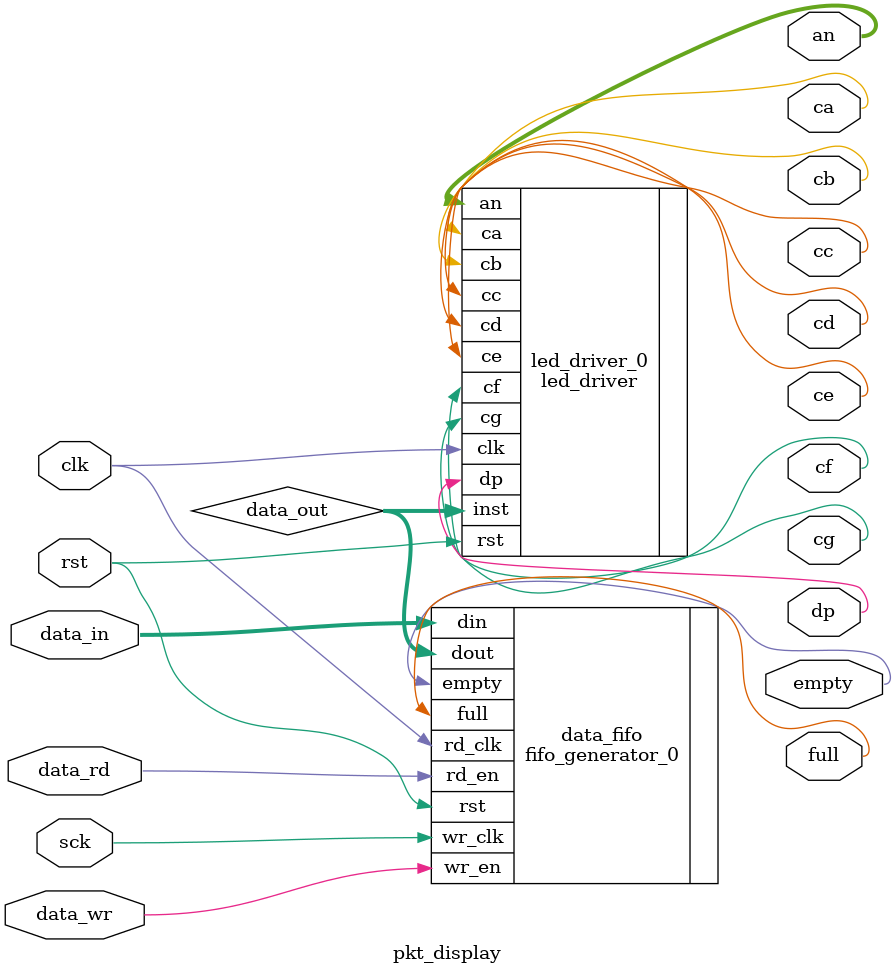
<source format=sv>
`timescale 1ns / 1ps


module pkt_display(
    input clk,
    input sck,
    input rst,
    input [31:0] data_in,
    input data_wr,
    input data_rd,
    output [7:0] an,
    output ca,   // top
    output cb,   // right high
    output cc,   // right low
    output cd,   // bottom
    output ce,   // left low
    output cf,   // left high
    output cg,   // center
    output dp,
    output empty,
    output full
    );

    logic [31:0] data_out;

//    logic full;
//    logic empty;
    
    fifo_generator_0 data_fifo(
        .wr_clk(sck),
        .rd_clk(clk),
        .rst(rst),
        .din(data_in),
        .wr_en(data_wr),
        .rd_en(data_rd),
        .dout(data_out),
        .full(full),
        .empty(empty)
    );

    led_driver led_driver_0(
        .clk(clk),
        .rst(rst),
        .inst(data_out),
        .an(an),
        .ca(ca),
        .cb(cb),
        .cc(cc),
        .cd(cd),
        .ce(ce),
        .cf(cf),
        .cg(cg),
        .dp(dp)
    );
endmodule

</source>
